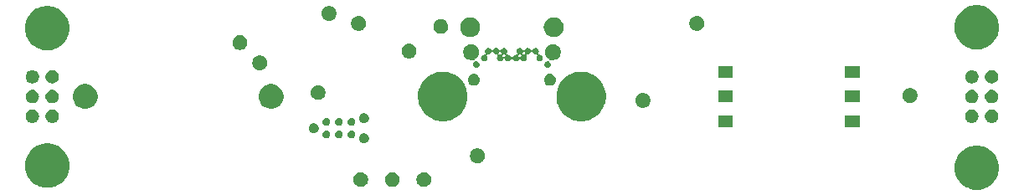
<source format=gbr>
G04 #@! TF.GenerationSoftware,KiCad,Pcbnew,(5.0.2)-1*
G04 #@! TF.CreationDate,2019-02-14T11:06:54-08:00*
G04 #@! TF.ProjectId,nixie_bottom_board,6e697869-655f-4626-9f74-746f6d5f626f,rev?*
G04 #@! TF.SameCoordinates,Original*
G04 #@! TF.FileFunction,Soldermask,Bot*
G04 #@! TF.FilePolarity,Negative*
%FSLAX46Y46*%
G04 Gerber Fmt 4.6, Leading zero omitted, Abs format (unit mm)*
G04 Created by KiCad (PCBNEW (5.0.2)-1) date 2/14/2019 11:06:54 AM*
%MOMM*%
%LPD*%
G01*
G04 APERTURE LIST*
%ADD10C,0.100000*%
G04 APERTURE END LIST*
D10*
G36*
X197656301Y-105036466D02*
X197726086Y-105065372D01*
X198065774Y-105206075D01*
X198131512Y-105250000D01*
X198434292Y-105452311D01*
X198747689Y-105765708D01*
X198804011Y-105850000D01*
X198993925Y-106134226D01*
X199028438Y-106217548D01*
X199163534Y-106543699D01*
X199183788Y-106645525D01*
X199231090Y-106883324D01*
X199250000Y-106978394D01*
X199250000Y-107421606D01*
X199163534Y-107856301D01*
X199134358Y-107926737D01*
X198993925Y-108265774D01*
X198911846Y-108388614D01*
X198747689Y-108634292D01*
X198434292Y-108947689D01*
X198348542Y-109004985D01*
X198065774Y-109193925D01*
X197930396Y-109250000D01*
X197656301Y-109363534D01*
X197221607Y-109450000D01*
X196778393Y-109450000D01*
X196343699Y-109363534D01*
X196069604Y-109250000D01*
X195934226Y-109193925D01*
X195651458Y-109004985D01*
X195565708Y-108947689D01*
X195252311Y-108634292D01*
X195088154Y-108388614D01*
X195006075Y-108265774D01*
X194865642Y-107926737D01*
X194836466Y-107856301D01*
X194750000Y-107421606D01*
X194750000Y-106978394D01*
X194768911Y-106883324D01*
X194816212Y-106645525D01*
X194836466Y-106543699D01*
X194971562Y-106217548D01*
X195006075Y-106134226D01*
X195195989Y-105850000D01*
X195252311Y-105765708D01*
X195565708Y-105452311D01*
X195868488Y-105250000D01*
X195934226Y-105206075D01*
X196273914Y-105065372D01*
X196343699Y-105036466D01*
X196778393Y-104950000D01*
X197221607Y-104950000D01*
X197656301Y-105036466D01*
X197656301Y-105036466D01*
G37*
G36*
X103438953Y-104793233D02*
X103656301Y-104836466D01*
X103726086Y-104865372D01*
X104065774Y-105006075D01*
X104065775Y-105006076D01*
X104434292Y-105252311D01*
X104747689Y-105565708D01*
X104840751Y-105704985D01*
X104993925Y-105934226D01*
X105001301Y-105952034D01*
X105163534Y-106343699D01*
X105165833Y-106355257D01*
X105250000Y-106778393D01*
X105250000Y-107221607D01*
X105223571Y-107354475D01*
X105177791Y-107584628D01*
X105163534Y-107656300D01*
X104993925Y-108065774D01*
X104916777Y-108181234D01*
X104747689Y-108434292D01*
X104434292Y-108747689D01*
X104256215Y-108866676D01*
X104065774Y-108993925D01*
X103825910Y-109093280D01*
X103656301Y-109163534D01*
X103447912Y-109204985D01*
X103221607Y-109250000D01*
X102778393Y-109250000D01*
X102552088Y-109204985D01*
X102343699Y-109163534D01*
X102174090Y-109093280D01*
X101934226Y-108993925D01*
X101743785Y-108866676D01*
X101565708Y-108747689D01*
X101252311Y-108434292D01*
X101083223Y-108181234D01*
X101006075Y-108065774D01*
X100836466Y-107656300D01*
X100822210Y-107584628D01*
X100776429Y-107354475D01*
X100750000Y-107221607D01*
X100750000Y-106778393D01*
X100834167Y-106355257D01*
X100836466Y-106343699D01*
X100998699Y-105952034D01*
X101006075Y-105934226D01*
X101159249Y-105704985D01*
X101252311Y-105565708D01*
X101565708Y-105252311D01*
X101934225Y-105006076D01*
X101934226Y-105006075D01*
X102273914Y-104865372D01*
X102343699Y-104836466D01*
X102561047Y-104793233D01*
X102778393Y-104750000D01*
X103221607Y-104750000D01*
X103438953Y-104793233D01*
X103438953Y-104793233D01*
G37*
G36*
X138046318Y-107664411D02*
X138118767Y-107678822D01*
X138175303Y-107702240D01*
X138255257Y-107735358D01*
X138378100Y-107817439D01*
X138482561Y-107921900D01*
X138564642Y-108044743D01*
X138596129Y-108120761D01*
X138621178Y-108181233D01*
X138650000Y-108326131D01*
X138650000Y-108473869D01*
X138621178Y-108618767D01*
X138612673Y-108639300D01*
X138564642Y-108755257D01*
X138482561Y-108878100D01*
X138378100Y-108982561D01*
X138255257Y-109064642D01*
X138175303Y-109097760D01*
X138118767Y-109121178D01*
X138051149Y-109134628D01*
X137973870Y-109150000D01*
X137826130Y-109150000D01*
X137748851Y-109134628D01*
X137681233Y-109121178D01*
X137624697Y-109097760D01*
X137544743Y-109064642D01*
X137421900Y-108982561D01*
X137317439Y-108878100D01*
X137235358Y-108755257D01*
X137187327Y-108639300D01*
X137178822Y-108618767D01*
X137150000Y-108473869D01*
X137150000Y-108326131D01*
X137178822Y-108181233D01*
X137203871Y-108120761D01*
X137235358Y-108044743D01*
X137317439Y-107921900D01*
X137421900Y-107817439D01*
X137544743Y-107735358D01*
X137624697Y-107702240D01*
X137681233Y-107678822D01*
X137753682Y-107664411D01*
X137826130Y-107650000D01*
X137973870Y-107650000D01*
X138046318Y-107664411D01*
X138046318Y-107664411D01*
G37*
G36*
X134846318Y-107664411D02*
X134918767Y-107678822D01*
X134975303Y-107702240D01*
X135055257Y-107735358D01*
X135178100Y-107817439D01*
X135282561Y-107921900D01*
X135364642Y-108044743D01*
X135396129Y-108120761D01*
X135421178Y-108181233D01*
X135450000Y-108326131D01*
X135450000Y-108473869D01*
X135421178Y-108618767D01*
X135412673Y-108639300D01*
X135364642Y-108755257D01*
X135282561Y-108878100D01*
X135178100Y-108982561D01*
X135055257Y-109064642D01*
X134975303Y-109097760D01*
X134918767Y-109121178D01*
X134851149Y-109134628D01*
X134773870Y-109150000D01*
X134626130Y-109150000D01*
X134548851Y-109134628D01*
X134481233Y-109121178D01*
X134424697Y-109097760D01*
X134344743Y-109064642D01*
X134221900Y-108982561D01*
X134117439Y-108878100D01*
X134035358Y-108755257D01*
X133987327Y-108639300D01*
X133978822Y-108618767D01*
X133950000Y-108473869D01*
X133950000Y-108326131D01*
X133978822Y-108181233D01*
X134003871Y-108120761D01*
X134035358Y-108044743D01*
X134117439Y-107921900D01*
X134221900Y-107817439D01*
X134344743Y-107735358D01*
X134424697Y-107702240D01*
X134481233Y-107678822D01*
X134553682Y-107664411D01*
X134626130Y-107650000D01*
X134773870Y-107650000D01*
X134846318Y-107664411D01*
X134846318Y-107664411D01*
G37*
G36*
X141246318Y-107664411D02*
X141318767Y-107678822D01*
X141375303Y-107702240D01*
X141455257Y-107735358D01*
X141578100Y-107817439D01*
X141682561Y-107921900D01*
X141764642Y-108044743D01*
X141796129Y-108120761D01*
X141821178Y-108181233D01*
X141850000Y-108326131D01*
X141850000Y-108473869D01*
X141821178Y-108618767D01*
X141812673Y-108639300D01*
X141764642Y-108755257D01*
X141682561Y-108878100D01*
X141578100Y-108982561D01*
X141455257Y-109064642D01*
X141375303Y-109097760D01*
X141318767Y-109121178D01*
X141251149Y-109134628D01*
X141173870Y-109150000D01*
X141026130Y-109150000D01*
X140948851Y-109134628D01*
X140881233Y-109121178D01*
X140824697Y-109097760D01*
X140744743Y-109064642D01*
X140621900Y-108982561D01*
X140517439Y-108878100D01*
X140435358Y-108755257D01*
X140387327Y-108639300D01*
X140378822Y-108618767D01*
X140350000Y-108473869D01*
X140350000Y-108326131D01*
X140378822Y-108181233D01*
X140403871Y-108120761D01*
X140435358Y-108044743D01*
X140517439Y-107921900D01*
X140621900Y-107817439D01*
X140744743Y-107735358D01*
X140824697Y-107702240D01*
X140881233Y-107678822D01*
X140953682Y-107664411D01*
X141026130Y-107650000D01*
X141173870Y-107650000D01*
X141246318Y-107664411D01*
X141246318Y-107664411D01*
G37*
G36*
X146626802Y-105260529D02*
X146718767Y-105278822D01*
X146775303Y-105302240D01*
X146855257Y-105335358D01*
X146978100Y-105417439D01*
X147082561Y-105521900D01*
X147164642Y-105644743D01*
X147167591Y-105651863D01*
X147217806Y-105773092D01*
X147221178Y-105781234D01*
X147250000Y-105926130D01*
X147250000Y-106073870D01*
X147221178Y-106218766D01*
X147164642Y-106355257D01*
X147082561Y-106478100D01*
X146978100Y-106582561D01*
X146855257Y-106664642D01*
X146795727Y-106689300D01*
X146718767Y-106721178D01*
X146646318Y-106735589D01*
X146573870Y-106750000D01*
X146426130Y-106750000D01*
X146353682Y-106735589D01*
X146281233Y-106721178D01*
X146204273Y-106689300D01*
X146144743Y-106664642D01*
X146021900Y-106582561D01*
X145917439Y-106478100D01*
X145835358Y-106355257D01*
X145778822Y-106218766D01*
X145750000Y-106073870D01*
X145750000Y-105926130D01*
X145778822Y-105781234D01*
X145782195Y-105773092D01*
X145832409Y-105651863D01*
X145835358Y-105644743D01*
X145917439Y-105521900D01*
X146021900Y-105417439D01*
X146144743Y-105335358D01*
X146224697Y-105302240D01*
X146281233Y-105278822D01*
X146373198Y-105260529D01*
X146426130Y-105250000D01*
X146573870Y-105250000D01*
X146626802Y-105260529D01*
X146626802Y-105260529D01*
G37*
G36*
X135112706Y-103725459D02*
X135184474Y-103739734D01*
X135274613Y-103777070D01*
X135355736Y-103831275D01*
X135424725Y-103900264D01*
X135478930Y-103981387D01*
X135516266Y-104071526D01*
X135535300Y-104167217D01*
X135535300Y-104264783D01*
X135516266Y-104360474D01*
X135478930Y-104450613D01*
X135424725Y-104531736D01*
X135355736Y-104600725D01*
X135274613Y-104654930D01*
X135184474Y-104692266D01*
X135112706Y-104706541D01*
X135088784Y-104711300D01*
X134991216Y-104711300D01*
X134967294Y-104706541D01*
X134895526Y-104692266D01*
X134805387Y-104654930D01*
X134724264Y-104600725D01*
X134655275Y-104531736D01*
X134601070Y-104450613D01*
X134563734Y-104360474D01*
X134544700Y-104264783D01*
X134544700Y-104167217D01*
X134563734Y-104071526D01*
X134601070Y-103981387D01*
X134655275Y-103900264D01*
X134724264Y-103831275D01*
X134805387Y-103777070D01*
X134895526Y-103739734D01*
X134967294Y-103725459D01*
X134991216Y-103720700D01*
X135088784Y-103720700D01*
X135112706Y-103725459D01*
X135112706Y-103725459D01*
G37*
G36*
X132614836Y-103456429D02*
X132686488Y-103486108D01*
X132750972Y-103529195D01*
X132805805Y-103584028D01*
X132848892Y-103648512D01*
X132878571Y-103720164D01*
X132893700Y-103796222D01*
X132893700Y-103873778D01*
X132878571Y-103949836D01*
X132848892Y-104021488D01*
X132805805Y-104085972D01*
X132750972Y-104140805D01*
X132686488Y-104183892D01*
X132614836Y-104213571D01*
X132538778Y-104228700D01*
X132461222Y-104228700D01*
X132385164Y-104213571D01*
X132313512Y-104183892D01*
X132249028Y-104140805D01*
X132194195Y-104085972D01*
X132151108Y-104021488D01*
X132121429Y-103949836D01*
X132106300Y-103873778D01*
X132106300Y-103796222D01*
X132121429Y-103720164D01*
X132151108Y-103648512D01*
X132194195Y-103584028D01*
X132249028Y-103529195D01*
X132313512Y-103486108D01*
X132385164Y-103456429D01*
X132461222Y-103441300D01*
X132538778Y-103441300D01*
X132614836Y-103456429D01*
X132614836Y-103456429D01*
G37*
G36*
X131344836Y-103456429D02*
X131416488Y-103486108D01*
X131480972Y-103529195D01*
X131535805Y-103584028D01*
X131578892Y-103648512D01*
X131608571Y-103720164D01*
X131623700Y-103796222D01*
X131623700Y-103873778D01*
X131608571Y-103949836D01*
X131578892Y-104021488D01*
X131535805Y-104085972D01*
X131480972Y-104140805D01*
X131416488Y-104183892D01*
X131344836Y-104213571D01*
X131268778Y-104228700D01*
X131191222Y-104228700D01*
X131115164Y-104213571D01*
X131043512Y-104183892D01*
X130979028Y-104140805D01*
X130924195Y-104085972D01*
X130881108Y-104021488D01*
X130851429Y-103949836D01*
X130836300Y-103873778D01*
X130836300Y-103796222D01*
X130851429Y-103720164D01*
X130881108Y-103648512D01*
X130924195Y-103584028D01*
X130979028Y-103529195D01*
X131043512Y-103486108D01*
X131115164Y-103456429D01*
X131191222Y-103441300D01*
X131268778Y-103441300D01*
X131344836Y-103456429D01*
X131344836Y-103456429D01*
G37*
G36*
X133884836Y-103456429D02*
X133956488Y-103486108D01*
X134020972Y-103529195D01*
X134075805Y-103584028D01*
X134118892Y-103648512D01*
X134148571Y-103720164D01*
X134163700Y-103796222D01*
X134163700Y-103873778D01*
X134148571Y-103949836D01*
X134118892Y-104021488D01*
X134075805Y-104085972D01*
X134020972Y-104140805D01*
X133956488Y-104183892D01*
X133884836Y-104213571D01*
X133808778Y-104228700D01*
X133731222Y-104228700D01*
X133655164Y-104213571D01*
X133583512Y-104183892D01*
X133519028Y-104140805D01*
X133464195Y-104085972D01*
X133421108Y-104021488D01*
X133391429Y-103949836D01*
X133376300Y-103873778D01*
X133376300Y-103796222D01*
X133391429Y-103720164D01*
X133421108Y-103648512D01*
X133464195Y-103584028D01*
X133519028Y-103529195D01*
X133583512Y-103486108D01*
X133655164Y-103456429D01*
X133731222Y-103441300D01*
X133808778Y-103441300D01*
X133884836Y-103456429D01*
X133884836Y-103456429D01*
G37*
G36*
X130032706Y-102709458D02*
X130104474Y-102723734D01*
X130194613Y-102761070D01*
X130275736Y-102815275D01*
X130344725Y-102884264D01*
X130398930Y-102965387D01*
X130436266Y-103055526D01*
X130455300Y-103151217D01*
X130455300Y-103248783D01*
X130436266Y-103344474D01*
X130398930Y-103434613D01*
X130344725Y-103515736D01*
X130275736Y-103584725D01*
X130194613Y-103638930D01*
X130104474Y-103676266D01*
X130032706Y-103690542D01*
X130008784Y-103695300D01*
X129911216Y-103695300D01*
X129887294Y-103690541D01*
X129815526Y-103676266D01*
X129725387Y-103638930D01*
X129644264Y-103584725D01*
X129575275Y-103515736D01*
X129521070Y-103434613D01*
X129483734Y-103344474D01*
X129464700Y-103248783D01*
X129464700Y-103151217D01*
X129483734Y-103055526D01*
X129521070Y-102965387D01*
X129575275Y-102884264D01*
X129644264Y-102815275D01*
X129725387Y-102761070D01*
X129815526Y-102723734D01*
X129887294Y-102709459D01*
X129911216Y-102704700D01*
X130008784Y-102704700D01*
X130032706Y-102709458D01*
X130032706Y-102709458D01*
G37*
G36*
X185150000Y-103085000D02*
X183650000Y-103085000D01*
X183650000Y-101915000D01*
X185150000Y-101915000D01*
X185150000Y-103085000D01*
X185150000Y-103085000D01*
G37*
G36*
X172350000Y-103085000D02*
X170850000Y-103085000D01*
X170850000Y-101915000D01*
X172350000Y-101915000D01*
X172350000Y-103085000D01*
X172350000Y-103085000D01*
G37*
G36*
X131344836Y-102186429D02*
X131416488Y-102216108D01*
X131480972Y-102259195D01*
X131535805Y-102314028D01*
X131578892Y-102378512D01*
X131608571Y-102450164D01*
X131623700Y-102526222D01*
X131623700Y-102603778D01*
X131608571Y-102679836D01*
X131578892Y-102751488D01*
X131535805Y-102815972D01*
X131480972Y-102870805D01*
X131416488Y-102913892D01*
X131344836Y-102943571D01*
X131268778Y-102958700D01*
X131191222Y-102958700D01*
X131115164Y-102943571D01*
X131043512Y-102913892D01*
X130979028Y-102870805D01*
X130924195Y-102815972D01*
X130881108Y-102751488D01*
X130851429Y-102679836D01*
X130836300Y-102603778D01*
X130836300Y-102526222D01*
X130851429Y-102450164D01*
X130881108Y-102378512D01*
X130924195Y-102314028D01*
X130979028Y-102259195D01*
X131043512Y-102216108D01*
X131115164Y-102186429D01*
X131191222Y-102171300D01*
X131268778Y-102171300D01*
X131344836Y-102186429D01*
X131344836Y-102186429D01*
G37*
G36*
X132614836Y-102186429D02*
X132686488Y-102216108D01*
X132750972Y-102259195D01*
X132805805Y-102314028D01*
X132848892Y-102378512D01*
X132878571Y-102450164D01*
X132893700Y-102526222D01*
X132893700Y-102603778D01*
X132878571Y-102679836D01*
X132848892Y-102751488D01*
X132805805Y-102815972D01*
X132750972Y-102870805D01*
X132686488Y-102913892D01*
X132614836Y-102943571D01*
X132538778Y-102958700D01*
X132461222Y-102958700D01*
X132385164Y-102943571D01*
X132313512Y-102913892D01*
X132249028Y-102870805D01*
X132194195Y-102815972D01*
X132151108Y-102751488D01*
X132121429Y-102679836D01*
X132106300Y-102603778D01*
X132106300Y-102526222D01*
X132121429Y-102450164D01*
X132151108Y-102378512D01*
X132194195Y-102314028D01*
X132249028Y-102259195D01*
X132313512Y-102216108D01*
X132385164Y-102186429D01*
X132461222Y-102171300D01*
X132538778Y-102171300D01*
X132614836Y-102186429D01*
X132614836Y-102186429D01*
G37*
G36*
X133884836Y-102186429D02*
X133956488Y-102216108D01*
X134020972Y-102259195D01*
X134075805Y-102314028D01*
X134118892Y-102378512D01*
X134148571Y-102450164D01*
X134163700Y-102526222D01*
X134163700Y-102603778D01*
X134148571Y-102679836D01*
X134118892Y-102751488D01*
X134075805Y-102815972D01*
X134020972Y-102870805D01*
X133956488Y-102913892D01*
X133884836Y-102943571D01*
X133808778Y-102958700D01*
X133731222Y-102958700D01*
X133655164Y-102943571D01*
X133583512Y-102913892D01*
X133519028Y-102870805D01*
X133464195Y-102815972D01*
X133421108Y-102751488D01*
X133391429Y-102679836D01*
X133376300Y-102603778D01*
X133376300Y-102526222D01*
X133391429Y-102450164D01*
X133421108Y-102378512D01*
X133464195Y-102314028D01*
X133519028Y-102259195D01*
X133583512Y-102216108D01*
X133655164Y-102186429D01*
X133731222Y-102171300D01*
X133808778Y-102171300D01*
X133884836Y-102186429D01*
X133884836Y-102186429D01*
G37*
G36*
X135112706Y-101693458D02*
X135184474Y-101707734D01*
X135274613Y-101745070D01*
X135355736Y-101799275D01*
X135424725Y-101868264D01*
X135478930Y-101949387D01*
X135516266Y-102039526D01*
X135530542Y-102111294D01*
X135534725Y-102132323D01*
X135535300Y-102135217D01*
X135535300Y-102232783D01*
X135516266Y-102328474D01*
X135478930Y-102418613D01*
X135424725Y-102499736D01*
X135355736Y-102568725D01*
X135274613Y-102622930D01*
X135184474Y-102660266D01*
X135112706Y-102674542D01*
X135088784Y-102679300D01*
X134991216Y-102679300D01*
X134967294Y-102674542D01*
X134895526Y-102660266D01*
X134805387Y-102622930D01*
X134724264Y-102568725D01*
X134655275Y-102499736D01*
X134601070Y-102418613D01*
X134563734Y-102328474D01*
X134544700Y-102232783D01*
X134544700Y-102135217D01*
X134545276Y-102132323D01*
X134549458Y-102111294D01*
X134563734Y-102039526D01*
X134601070Y-101949387D01*
X134655275Y-101868264D01*
X134724264Y-101799275D01*
X134805387Y-101745070D01*
X134895526Y-101707734D01*
X134967294Y-101693459D01*
X134991216Y-101688700D01*
X135088784Y-101688700D01*
X135112706Y-101693458D01*
X135112706Y-101693458D01*
G37*
G36*
X196632323Y-101334767D02*
X196759561Y-101373364D01*
X196876824Y-101436042D01*
X196979606Y-101520394D01*
X197063958Y-101623176D01*
X197126636Y-101740439D01*
X197165233Y-101867677D01*
X197178266Y-102000000D01*
X197165233Y-102132323D01*
X197126636Y-102259561D01*
X197063958Y-102376824D01*
X196979606Y-102479606D01*
X196876824Y-102563958D01*
X196759561Y-102626636D01*
X196632323Y-102665233D01*
X196533159Y-102675000D01*
X196466841Y-102675000D01*
X196367677Y-102665233D01*
X196240439Y-102626636D01*
X196123176Y-102563958D01*
X196020394Y-102479606D01*
X195936042Y-102376824D01*
X195873364Y-102259561D01*
X195834767Y-102132323D01*
X195821734Y-102000000D01*
X195834767Y-101867677D01*
X195873364Y-101740439D01*
X195936042Y-101623176D01*
X196020394Y-101520394D01*
X196123176Y-101436042D01*
X196240439Y-101373364D01*
X196367677Y-101334767D01*
X196466841Y-101325000D01*
X196533159Y-101325000D01*
X196632323Y-101334767D01*
X196632323Y-101334767D01*
G37*
G36*
X103632323Y-101334767D02*
X103759561Y-101373364D01*
X103876824Y-101436042D01*
X103979606Y-101520394D01*
X104063958Y-101623176D01*
X104126636Y-101740439D01*
X104165233Y-101867677D01*
X104178266Y-102000000D01*
X104165233Y-102132323D01*
X104126636Y-102259561D01*
X104063958Y-102376824D01*
X103979606Y-102479606D01*
X103876824Y-102563958D01*
X103759561Y-102626636D01*
X103632323Y-102665233D01*
X103533159Y-102675000D01*
X103466841Y-102675000D01*
X103367677Y-102665233D01*
X103240439Y-102626636D01*
X103123176Y-102563958D01*
X103020394Y-102479606D01*
X102936042Y-102376824D01*
X102873364Y-102259561D01*
X102834767Y-102132323D01*
X102821734Y-102000000D01*
X102834767Y-101867677D01*
X102873364Y-101740439D01*
X102936042Y-101623176D01*
X103020394Y-101520394D01*
X103123176Y-101436042D01*
X103240439Y-101373364D01*
X103367677Y-101334767D01*
X103466841Y-101325000D01*
X103533159Y-101325000D01*
X103632323Y-101334767D01*
X103632323Y-101334767D01*
G37*
G36*
X198632323Y-101334767D02*
X198759561Y-101373364D01*
X198876824Y-101436042D01*
X198979606Y-101520394D01*
X199063958Y-101623176D01*
X199126636Y-101740439D01*
X199165233Y-101867677D01*
X199178266Y-102000000D01*
X199165233Y-102132323D01*
X199126636Y-102259561D01*
X199063958Y-102376824D01*
X198979606Y-102479606D01*
X198876824Y-102563958D01*
X198759561Y-102626636D01*
X198632323Y-102665233D01*
X198533159Y-102675000D01*
X198466841Y-102675000D01*
X198367677Y-102665233D01*
X198240439Y-102626636D01*
X198123176Y-102563958D01*
X198020394Y-102479606D01*
X197936042Y-102376824D01*
X197873364Y-102259561D01*
X197834767Y-102132323D01*
X197821734Y-102000000D01*
X197834767Y-101867677D01*
X197873364Y-101740439D01*
X197936042Y-101623176D01*
X198020394Y-101520394D01*
X198123176Y-101436042D01*
X198240439Y-101373364D01*
X198367677Y-101334767D01*
X198466841Y-101325000D01*
X198533159Y-101325000D01*
X198632323Y-101334767D01*
X198632323Y-101334767D01*
G37*
G36*
X101632323Y-101334767D02*
X101759561Y-101373364D01*
X101876824Y-101436042D01*
X101979606Y-101520394D01*
X102063958Y-101623176D01*
X102126636Y-101740439D01*
X102165233Y-101867677D01*
X102178266Y-102000000D01*
X102165233Y-102132323D01*
X102126636Y-102259561D01*
X102063958Y-102376824D01*
X101979606Y-102479606D01*
X101876824Y-102563958D01*
X101759561Y-102626636D01*
X101632323Y-102665233D01*
X101533159Y-102675000D01*
X101466841Y-102675000D01*
X101367677Y-102665233D01*
X101240439Y-102626636D01*
X101123176Y-102563958D01*
X101020394Y-102479606D01*
X100936042Y-102376824D01*
X100873364Y-102259561D01*
X100834767Y-102132323D01*
X100821734Y-102000000D01*
X100834767Y-101867677D01*
X100873364Y-101740439D01*
X100936042Y-101623176D01*
X101020394Y-101520394D01*
X101123176Y-101436042D01*
X101240439Y-101373364D01*
X101367677Y-101334767D01*
X101466841Y-101325000D01*
X101533159Y-101325000D01*
X101632323Y-101334767D01*
X101632323Y-101334767D01*
G37*
G36*
X157568225Y-97564049D02*
X157729223Y-97596074D01*
X157917677Y-97674134D01*
X158184193Y-97784528D01*
X158593660Y-98058126D01*
X158941874Y-98406340D01*
X159215472Y-98815807D01*
X159303805Y-99029064D01*
X159353899Y-99150000D01*
X159403926Y-99270778D01*
X159500000Y-99753770D01*
X159500000Y-100246230D01*
X159469413Y-100400000D01*
X159425418Y-100621178D01*
X159403926Y-100729222D01*
X159215472Y-101184193D01*
X158941874Y-101593660D01*
X158593660Y-101941874D01*
X158184193Y-102215472D01*
X157946256Y-102314028D01*
X157729223Y-102403926D01*
X157568225Y-102435951D01*
X157246230Y-102500000D01*
X156753770Y-102500000D01*
X156431775Y-102435951D01*
X156270777Y-102403926D01*
X156053744Y-102314028D01*
X155815807Y-102215472D01*
X155406340Y-101941874D01*
X155058126Y-101593660D01*
X154784528Y-101184193D01*
X154596074Y-100729222D01*
X154574583Y-100621178D01*
X154530587Y-100400000D01*
X154500000Y-100246230D01*
X154500000Y-99753770D01*
X154596074Y-99270778D01*
X154646102Y-99150000D01*
X154696195Y-99029064D01*
X154784528Y-98815807D01*
X155058126Y-98406340D01*
X155406340Y-98058126D01*
X155815807Y-97784528D01*
X156082323Y-97674134D01*
X156270777Y-97596074D01*
X156431775Y-97564049D01*
X156753770Y-97500000D01*
X157246230Y-97500000D01*
X157568225Y-97564049D01*
X157568225Y-97564049D01*
G37*
G36*
X143568225Y-97564049D02*
X143729223Y-97596074D01*
X143917677Y-97674134D01*
X144184193Y-97784528D01*
X144593660Y-98058126D01*
X144941874Y-98406340D01*
X145215472Y-98815807D01*
X145303805Y-99029064D01*
X145353899Y-99150000D01*
X145403926Y-99270778D01*
X145500000Y-99753770D01*
X145500000Y-100246230D01*
X145469413Y-100400000D01*
X145425418Y-100621178D01*
X145403926Y-100729222D01*
X145215472Y-101184193D01*
X144941874Y-101593660D01*
X144593660Y-101941874D01*
X144184193Y-102215472D01*
X143946256Y-102314028D01*
X143729223Y-102403926D01*
X143568225Y-102435951D01*
X143246230Y-102500000D01*
X142753770Y-102500000D01*
X142431775Y-102435951D01*
X142270777Y-102403926D01*
X142053744Y-102314028D01*
X141815807Y-102215472D01*
X141406340Y-101941874D01*
X141058126Y-101593660D01*
X140784528Y-101184193D01*
X140596074Y-100729222D01*
X140574583Y-100621178D01*
X140530587Y-100400000D01*
X140500000Y-100246230D01*
X140500000Y-99753770D01*
X140596074Y-99270778D01*
X140646102Y-99150000D01*
X140696195Y-99029064D01*
X140784528Y-98815807D01*
X141058126Y-98406340D01*
X141406340Y-98058126D01*
X141815807Y-97784528D01*
X142082323Y-97674134D01*
X142270777Y-97596074D01*
X142431775Y-97564049D01*
X142753770Y-97500000D01*
X143246230Y-97500000D01*
X143568225Y-97564049D01*
X143568225Y-97564049D01*
G37*
G36*
X107214612Y-98798037D02*
X107442096Y-98892264D01*
X107646831Y-99029064D01*
X107820936Y-99203169D01*
X107957736Y-99407904D01*
X108051963Y-99635388D01*
X108100000Y-99876885D01*
X108100000Y-100123115D01*
X108051963Y-100364612D01*
X107957736Y-100592096D01*
X107820936Y-100796831D01*
X107646831Y-100970936D01*
X107442096Y-101107736D01*
X107214612Y-101201963D01*
X106973115Y-101250000D01*
X106726885Y-101250000D01*
X106485388Y-101201963D01*
X106257904Y-101107736D01*
X106053169Y-100970936D01*
X105879064Y-100796831D01*
X105742264Y-100592096D01*
X105648037Y-100364612D01*
X105600000Y-100123115D01*
X105600000Y-99876885D01*
X105648037Y-99635388D01*
X105742264Y-99407904D01*
X105879064Y-99203169D01*
X106053169Y-99029064D01*
X106257904Y-98892264D01*
X106485388Y-98798037D01*
X106726885Y-98750000D01*
X106973115Y-98750000D01*
X107214612Y-98798037D01*
X107214612Y-98798037D01*
G37*
G36*
X126014612Y-98798037D02*
X126242096Y-98892264D01*
X126446831Y-99029064D01*
X126620936Y-99203169D01*
X126757736Y-99407904D01*
X126851963Y-99635388D01*
X126900000Y-99876885D01*
X126900000Y-100123115D01*
X126851963Y-100364612D01*
X126757736Y-100592096D01*
X126620936Y-100796831D01*
X126446831Y-100970936D01*
X126242096Y-101107736D01*
X126014612Y-101201963D01*
X125773115Y-101250000D01*
X125526885Y-101250000D01*
X125285388Y-101201963D01*
X125057904Y-101107736D01*
X124853169Y-100970936D01*
X124679064Y-100796831D01*
X124542264Y-100592096D01*
X124448037Y-100364612D01*
X124400000Y-100123115D01*
X124400000Y-99876885D01*
X124448037Y-99635388D01*
X124542264Y-99407904D01*
X124679064Y-99203169D01*
X124853169Y-99029064D01*
X125057904Y-98892264D01*
X125285388Y-98798037D01*
X125526885Y-98750000D01*
X125773115Y-98750000D01*
X126014612Y-98798037D01*
X126014612Y-98798037D01*
G37*
G36*
X163396318Y-99664411D02*
X163468767Y-99678822D01*
X163525303Y-99702240D01*
X163605257Y-99735358D01*
X163728100Y-99817439D01*
X163832561Y-99921900D01*
X163914642Y-100044743D01*
X163947760Y-100124697D01*
X163971178Y-100181233D01*
X164000000Y-100326131D01*
X164000000Y-100473869D01*
X163971178Y-100618767D01*
X163958241Y-100650000D01*
X163914642Y-100755257D01*
X163832561Y-100878100D01*
X163728100Y-100982561D01*
X163605257Y-101064642D01*
X163525303Y-101097760D01*
X163468767Y-101121178D01*
X163396318Y-101135589D01*
X163323870Y-101150000D01*
X163176130Y-101150000D01*
X163103682Y-101135589D01*
X163031233Y-101121178D01*
X162974697Y-101097760D01*
X162894743Y-101064642D01*
X162771900Y-100982561D01*
X162667439Y-100878100D01*
X162585358Y-100755257D01*
X162541759Y-100650000D01*
X162528822Y-100618767D01*
X162500000Y-100473869D01*
X162500000Y-100326131D01*
X162528822Y-100181233D01*
X162552240Y-100124697D01*
X162585358Y-100044743D01*
X162667439Y-99921900D01*
X162771900Y-99817439D01*
X162894743Y-99735358D01*
X162974697Y-99702240D01*
X163031233Y-99678822D01*
X163103682Y-99664411D01*
X163176130Y-99650000D01*
X163323870Y-99650000D01*
X163396318Y-99664411D01*
X163396318Y-99664411D01*
G37*
G36*
X101632323Y-99334767D02*
X101759561Y-99373364D01*
X101876824Y-99436042D01*
X101979606Y-99520394D01*
X102063958Y-99623176D01*
X102126636Y-99740439D01*
X102165233Y-99867677D01*
X102178266Y-100000000D01*
X102165233Y-100132323D01*
X102126636Y-100259561D01*
X102063958Y-100376824D01*
X101979606Y-100479606D01*
X101876824Y-100563958D01*
X101759561Y-100626636D01*
X101632323Y-100665233D01*
X101533159Y-100675000D01*
X101466841Y-100675000D01*
X101367677Y-100665233D01*
X101240439Y-100626636D01*
X101123176Y-100563958D01*
X101020394Y-100479606D01*
X100936042Y-100376824D01*
X100873364Y-100259561D01*
X100834767Y-100132323D01*
X100821734Y-100000000D01*
X100834767Y-99867677D01*
X100873364Y-99740439D01*
X100936042Y-99623176D01*
X101020394Y-99520394D01*
X101123176Y-99436042D01*
X101240439Y-99373364D01*
X101367677Y-99334767D01*
X101466841Y-99325000D01*
X101533159Y-99325000D01*
X101632323Y-99334767D01*
X101632323Y-99334767D01*
G37*
G36*
X103632323Y-99334767D02*
X103759561Y-99373364D01*
X103876824Y-99436042D01*
X103979606Y-99520394D01*
X104063958Y-99623176D01*
X104126636Y-99740439D01*
X104165233Y-99867677D01*
X104178266Y-100000000D01*
X104165233Y-100132323D01*
X104126636Y-100259561D01*
X104063958Y-100376824D01*
X103979606Y-100479606D01*
X103876824Y-100563958D01*
X103759561Y-100626636D01*
X103632323Y-100665233D01*
X103533159Y-100675000D01*
X103466841Y-100675000D01*
X103367677Y-100665233D01*
X103240439Y-100626636D01*
X103123176Y-100563958D01*
X103020394Y-100479606D01*
X102936042Y-100376824D01*
X102873364Y-100259561D01*
X102834767Y-100132323D01*
X102821734Y-100000000D01*
X102834767Y-99867677D01*
X102873364Y-99740439D01*
X102936042Y-99623176D01*
X103020394Y-99520394D01*
X103123176Y-99436042D01*
X103240439Y-99373364D01*
X103367677Y-99334767D01*
X103466841Y-99325000D01*
X103533159Y-99325000D01*
X103632323Y-99334767D01*
X103632323Y-99334767D01*
G37*
G36*
X196632323Y-99334767D02*
X196759561Y-99373364D01*
X196876824Y-99436042D01*
X196979606Y-99520394D01*
X197063958Y-99623176D01*
X197126636Y-99740439D01*
X197165233Y-99867677D01*
X197178266Y-100000000D01*
X197165233Y-100132323D01*
X197126636Y-100259561D01*
X197063958Y-100376824D01*
X196979606Y-100479606D01*
X196876824Y-100563958D01*
X196759561Y-100626636D01*
X196632323Y-100665233D01*
X196533159Y-100675000D01*
X196466841Y-100675000D01*
X196367677Y-100665233D01*
X196240439Y-100626636D01*
X196123176Y-100563958D01*
X196020394Y-100479606D01*
X195936042Y-100376824D01*
X195873364Y-100259561D01*
X195834767Y-100132323D01*
X195821734Y-100000000D01*
X195834767Y-99867677D01*
X195873364Y-99740439D01*
X195936042Y-99623176D01*
X196020394Y-99520394D01*
X196123176Y-99436042D01*
X196240439Y-99373364D01*
X196367677Y-99334767D01*
X196466841Y-99325000D01*
X196533159Y-99325000D01*
X196632323Y-99334767D01*
X196632323Y-99334767D01*
G37*
G36*
X198632323Y-99334767D02*
X198759561Y-99373364D01*
X198876824Y-99436042D01*
X198979606Y-99520394D01*
X199063958Y-99623176D01*
X199126636Y-99740439D01*
X199165233Y-99867677D01*
X199178266Y-100000000D01*
X199165233Y-100132323D01*
X199126636Y-100259561D01*
X199063958Y-100376824D01*
X198979606Y-100479606D01*
X198876824Y-100563958D01*
X198759561Y-100626636D01*
X198632323Y-100665233D01*
X198533159Y-100675000D01*
X198466841Y-100675000D01*
X198367677Y-100665233D01*
X198240439Y-100626636D01*
X198123176Y-100563958D01*
X198020394Y-100479606D01*
X197936042Y-100376824D01*
X197873364Y-100259561D01*
X197834767Y-100132323D01*
X197821734Y-100000000D01*
X197834767Y-99867677D01*
X197873364Y-99740439D01*
X197936042Y-99623176D01*
X198020394Y-99520394D01*
X198123176Y-99436042D01*
X198240439Y-99373364D01*
X198367677Y-99334767D01*
X198466841Y-99325000D01*
X198533159Y-99325000D01*
X198632323Y-99334767D01*
X198632323Y-99334767D01*
G37*
G36*
X190396318Y-99164411D02*
X190468767Y-99178822D01*
X190525303Y-99202240D01*
X190605257Y-99235358D01*
X190728100Y-99317439D01*
X190832561Y-99421900D01*
X190914642Y-99544743D01*
X190937530Y-99600000D01*
X190971178Y-99681233D01*
X191000000Y-99826131D01*
X191000000Y-99973869D01*
X190971178Y-100118767D01*
X190965563Y-100132323D01*
X190914642Y-100255257D01*
X190832561Y-100378100D01*
X190728100Y-100482561D01*
X190605257Y-100564642D01*
X190538974Y-100592097D01*
X190468767Y-100621178D01*
X190396318Y-100635589D01*
X190323870Y-100650000D01*
X190176130Y-100650000D01*
X190103682Y-100635589D01*
X190031233Y-100621178D01*
X189961026Y-100592097D01*
X189894743Y-100564642D01*
X189771900Y-100482561D01*
X189667439Y-100378100D01*
X189585358Y-100255257D01*
X189534437Y-100132323D01*
X189528822Y-100118767D01*
X189500000Y-99973869D01*
X189500000Y-99826131D01*
X189528822Y-99681233D01*
X189562470Y-99600000D01*
X189585358Y-99544743D01*
X189667439Y-99421900D01*
X189771900Y-99317439D01*
X189894743Y-99235358D01*
X189974697Y-99202240D01*
X190031233Y-99178822D01*
X190103682Y-99164411D01*
X190176130Y-99150000D01*
X190323870Y-99150000D01*
X190396318Y-99164411D01*
X190396318Y-99164411D01*
G37*
G36*
X172350000Y-100585000D02*
X170850000Y-100585000D01*
X170850000Y-99415000D01*
X172350000Y-99415000D01*
X172350000Y-100585000D01*
X172350000Y-100585000D01*
G37*
G36*
X185150000Y-100585000D02*
X183650000Y-100585000D01*
X183650000Y-99415000D01*
X185150000Y-99415000D01*
X185150000Y-100585000D01*
X185150000Y-100585000D01*
G37*
G36*
X130542472Y-98863646D02*
X130618767Y-98878822D01*
X130651221Y-98892265D01*
X130755257Y-98935358D01*
X130878100Y-99017439D01*
X130982561Y-99121900D01*
X131064642Y-99244743D01*
X131075426Y-99270778D01*
X131121178Y-99381233D01*
X131150000Y-99526131D01*
X131150000Y-99673869D01*
X131121178Y-99818767D01*
X131100919Y-99867677D01*
X131064642Y-99955257D01*
X130982561Y-100078100D01*
X130878100Y-100182561D01*
X130755257Y-100264642D01*
X130675303Y-100297760D01*
X130618767Y-100321178D01*
X130546318Y-100335589D01*
X130473870Y-100350000D01*
X130326130Y-100350000D01*
X130253682Y-100335589D01*
X130181233Y-100321178D01*
X130124697Y-100297760D01*
X130044743Y-100264642D01*
X129921900Y-100182561D01*
X129817439Y-100078100D01*
X129735358Y-99955257D01*
X129699081Y-99867677D01*
X129678822Y-99818767D01*
X129650000Y-99673869D01*
X129650000Y-99526131D01*
X129678822Y-99381233D01*
X129724574Y-99270778D01*
X129735358Y-99244743D01*
X129817439Y-99121900D01*
X129921900Y-99017439D01*
X130044743Y-98935358D01*
X130148779Y-98892265D01*
X130181233Y-98878822D01*
X130257528Y-98863646D01*
X130326130Y-98850000D01*
X130473870Y-98850000D01*
X130542472Y-98863646D01*
X130542472Y-98863646D01*
G37*
G36*
X146330012Y-97733057D02*
X146439207Y-97778287D01*
X146537481Y-97843952D01*
X146621048Y-97927519D01*
X146686713Y-98025793D01*
X146731943Y-98134988D01*
X146755000Y-98250904D01*
X146755000Y-98369096D01*
X146731943Y-98485012D01*
X146686713Y-98594207D01*
X146621048Y-98692481D01*
X146537481Y-98776048D01*
X146439207Y-98841713D01*
X146330012Y-98886943D01*
X146214096Y-98910000D01*
X146095904Y-98910000D01*
X145979988Y-98886943D01*
X145870793Y-98841713D01*
X145772519Y-98776048D01*
X145688952Y-98692481D01*
X145623287Y-98594207D01*
X145578057Y-98485012D01*
X145555000Y-98369096D01*
X145555000Y-98250904D01*
X145578057Y-98134988D01*
X145623287Y-98025793D01*
X145688952Y-97927519D01*
X145772519Y-97843952D01*
X145870793Y-97778287D01*
X145979988Y-97733057D01*
X146095904Y-97710000D01*
X146214096Y-97710000D01*
X146330012Y-97733057D01*
X146330012Y-97733057D01*
G37*
G36*
X154020012Y-97733057D02*
X154129207Y-97778287D01*
X154227481Y-97843952D01*
X154311048Y-97927519D01*
X154376713Y-98025793D01*
X154421943Y-98134988D01*
X154445000Y-98250904D01*
X154445000Y-98369096D01*
X154421943Y-98485012D01*
X154376713Y-98594207D01*
X154311048Y-98692481D01*
X154227481Y-98776048D01*
X154129207Y-98841713D01*
X154020012Y-98886943D01*
X153904096Y-98910000D01*
X153785904Y-98910000D01*
X153669988Y-98886943D01*
X153560793Y-98841713D01*
X153462519Y-98776048D01*
X153378952Y-98692481D01*
X153313287Y-98594207D01*
X153268057Y-98485012D01*
X153245000Y-98369096D01*
X153245000Y-98250904D01*
X153268057Y-98134988D01*
X153313287Y-98025793D01*
X153378952Y-97927519D01*
X153462519Y-97843952D01*
X153560793Y-97778287D01*
X153669988Y-97733057D01*
X153785904Y-97710000D01*
X153904096Y-97710000D01*
X154020012Y-97733057D01*
X154020012Y-97733057D01*
G37*
G36*
X196696888Y-97350939D02*
X196819733Y-97401823D01*
X196930290Y-97475695D01*
X197024305Y-97569710D01*
X197098177Y-97680267D01*
X197149061Y-97803112D01*
X197175000Y-97933517D01*
X197175000Y-98066483D01*
X197149061Y-98196888D01*
X197098177Y-98319733D01*
X197024305Y-98430290D01*
X196930290Y-98524305D01*
X196819733Y-98598177D01*
X196696888Y-98649061D01*
X196566483Y-98675000D01*
X196433517Y-98675000D01*
X196303112Y-98649061D01*
X196180267Y-98598177D01*
X196069710Y-98524305D01*
X195975695Y-98430290D01*
X195901823Y-98319733D01*
X195850939Y-98196888D01*
X195825000Y-98066483D01*
X195825000Y-97933517D01*
X195850939Y-97803112D01*
X195901823Y-97680267D01*
X195975695Y-97569710D01*
X196069710Y-97475695D01*
X196180267Y-97401823D01*
X196303112Y-97350939D01*
X196433517Y-97325000D01*
X196566483Y-97325000D01*
X196696888Y-97350939D01*
X196696888Y-97350939D01*
G37*
G36*
X103632323Y-97334767D02*
X103759561Y-97373364D01*
X103876824Y-97436042D01*
X103979606Y-97520394D01*
X104063958Y-97623176D01*
X104126636Y-97740439D01*
X104165233Y-97867677D01*
X104178266Y-98000000D01*
X104165233Y-98132323D01*
X104126636Y-98259561D01*
X104063958Y-98376824D01*
X103979606Y-98479606D01*
X103876824Y-98563958D01*
X103759561Y-98626636D01*
X103632323Y-98665233D01*
X103533159Y-98675000D01*
X103466841Y-98675000D01*
X103367677Y-98665233D01*
X103240439Y-98626636D01*
X103123176Y-98563958D01*
X103020394Y-98479606D01*
X102936042Y-98376824D01*
X102873364Y-98259561D01*
X102834767Y-98132323D01*
X102821734Y-98000000D01*
X102834767Y-97867677D01*
X102873364Y-97740439D01*
X102936042Y-97623176D01*
X103020394Y-97520394D01*
X103123176Y-97436042D01*
X103240439Y-97373364D01*
X103367677Y-97334767D01*
X103466841Y-97325000D01*
X103533159Y-97325000D01*
X103632323Y-97334767D01*
X103632323Y-97334767D01*
G37*
G36*
X101696888Y-97350939D02*
X101819733Y-97401823D01*
X101930290Y-97475695D01*
X102024305Y-97569710D01*
X102098177Y-97680267D01*
X102149061Y-97803112D01*
X102175000Y-97933517D01*
X102175000Y-98066483D01*
X102149061Y-98196888D01*
X102098177Y-98319733D01*
X102024305Y-98430290D01*
X101930290Y-98524305D01*
X101819733Y-98598177D01*
X101696888Y-98649061D01*
X101566483Y-98675000D01*
X101433517Y-98675000D01*
X101303112Y-98649061D01*
X101180267Y-98598177D01*
X101069710Y-98524305D01*
X100975695Y-98430290D01*
X100901823Y-98319733D01*
X100850939Y-98196888D01*
X100825000Y-98066483D01*
X100825000Y-97933517D01*
X100850939Y-97803112D01*
X100901823Y-97680267D01*
X100975695Y-97569710D01*
X101069710Y-97475695D01*
X101180267Y-97401823D01*
X101303112Y-97350939D01*
X101433517Y-97325000D01*
X101566483Y-97325000D01*
X101696888Y-97350939D01*
X101696888Y-97350939D01*
G37*
G36*
X198632323Y-97334767D02*
X198759561Y-97373364D01*
X198876824Y-97436042D01*
X198979606Y-97520394D01*
X199063958Y-97623176D01*
X199126636Y-97740439D01*
X199165233Y-97867677D01*
X199178266Y-98000000D01*
X199165233Y-98132323D01*
X199126636Y-98259561D01*
X199063958Y-98376824D01*
X198979606Y-98479606D01*
X198876824Y-98563958D01*
X198759561Y-98626636D01*
X198632323Y-98665233D01*
X198533159Y-98675000D01*
X198466841Y-98675000D01*
X198367677Y-98665233D01*
X198240439Y-98626636D01*
X198123176Y-98563958D01*
X198020394Y-98479606D01*
X197936042Y-98376824D01*
X197873364Y-98259561D01*
X197834767Y-98132323D01*
X197821734Y-98000000D01*
X197834767Y-97867677D01*
X197873364Y-97740439D01*
X197936042Y-97623176D01*
X198020394Y-97520394D01*
X198123176Y-97436042D01*
X198240439Y-97373364D01*
X198367677Y-97334767D01*
X198466841Y-97325000D01*
X198533159Y-97325000D01*
X198632323Y-97334767D01*
X198632323Y-97334767D01*
G37*
G36*
X185150000Y-98085000D02*
X183650000Y-98085000D01*
X183650000Y-96915000D01*
X185150000Y-96915000D01*
X185150000Y-98085000D01*
X185150000Y-98085000D01*
G37*
G36*
X172350000Y-98085000D02*
X170850000Y-98085000D01*
X170850000Y-96915000D01*
X172350000Y-96915000D01*
X172350000Y-98085000D01*
X172350000Y-98085000D01*
G37*
G36*
X124646318Y-95864411D02*
X124718767Y-95878822D01*
X124775303Y-95902240D01*
X124855257Y-95935358D01*
X124978100Y-96017439D01*
X125082561Y-96121900D01*
X125164642Y-96244743D01*
X125194646Y-96317179D01*
X125221178Y-96381233D01*
X125226894Y-96409968D01*
X125250000Y-96526130D01*
X125250000Y-96673870D01*
X125221178Y-96818766D01*
X125164642Y-96955257D01*
X125082561Y-97078100D01*
X124978100Y-97182561D01*
X124855257Y-97264642D01*
X124775303Y-97297760D01*
X124718767Y-97321178D01*
X124650450Y-97334767D01*
X124573870Y-97350000D01*
X124426130Y-97350000D01*
X124349550Y-97334767D01*
X124281233Y-97321178D01*
X124224697Y-97297760D01*
X124144743Y-97264642D01*
X124021900Y-97182561D01*
X123917439Y-97078100D01*
X123835358Y-96955257D01*
X123778822Y-96818766D01*
X123750000Y-96673870D01*
X123750000Y-96526130D01*
X123773106Y-96409968D01*
X123778822Y-96381233D01*
X123805354Y-96317179D01*
X123835358Y-96244743D01*
X123917439Y-96121900D01*
X124021900Y-96017439D01*
X124144743Y-95935358D01*
X124224697Y-95902240D01*
X124281233Y-95878822D01*
X124353682Y-95864411D01*
X124426130Y-95850000D01*
X124573870Y-95850000D01*
X124646318Y-95864411D01*
X124646318Y-95864411D01*
G37*
G36*
X153752105Y-96426726D02*
X153759218Y-96450175D01*
X153770769Y-96471786D01*
X153786315Y-96490728D01*
X153805251Y-96506270D01*
X153807176Y-96507556D01*
X153852444Y-96552824D01*
X153888012Y-96606055D01*
X153912511Y-96665201D01*
X153925000Y-96727990D01*
X153925000Y-96792010D01*
X153912511Y-96854799D01*
X153888012Y-96913945D01*
X153852444Y-96967176D01*
X153807176Y-97012444D01*
X153753945Y-97048012D01*
X153753942Y-97048013D01*
X153753941Y-97048014D01*
X153740543Y-97053563D01*
X153694799Y-97072511D01*
X153632010Y-97085000D01*
X153567990Y-97085000D01*
X153505201Y-97072511D01*
X153459457Y-97053563D01*
X153446059Y-97048014D01*
X153446058Y-97048013D01*
X153446055Y-97048012D01*
X153392824Y-97012444D01*
X153347556Y-96967176D01*
X153311988Y-96913945D01*
X153287489Y-96854799D01*
X153275000Y-96792010D01*
X153275000Y-96727990D01*
X153287489Y-96665201D01*
X153311988Y-96606055D01*
X153347556Y-96552824D01*
X153392824Y-96507556D01*
X153446055Y-96471988D01*
X153446058Y-96471987D01*
X153446059Y-96471986D01*
X153459457Y-96466437D01*
X153505201Y-96447489D01*
X153567990Y-96435000D01*
X153632011Y-96435000D01*
X153645575Y-96437698D01*
X153669962Y-96440100D01*
X153694348Y-96437698D01*
X153717797Y-96430585D01*
X153739408Y-96419033D01*
X153750454Y-96409968D01*
X153752105Y-96426726D01*
X153752105Y-96426726D01*
G37*
G36*
X146260593Y-96419034D02*
X146282203Y-96430585D01*
X146305653Y-96437698D01*
X146330039Y-96440100D01*
X146354425Y-96437698D01*
X146367989Y-96435000D01*
X146432010Y-96435000D01*
X146494799Y-96447489D01*
X146540543Y-96466437D01*
X146553941Y-96471986D01*
X146553942Y-96471987D01*
X146553945Y-96471988D01*
X146607176Y-96507556D01*
X146652444Y-96552824D01*
X146688012Y-96606055D01*
X146712511Y-96665201D01*
X146725000Y-96727990D01*
X146725000Y-96792010D01*
X146712511Y-96854799D01*
X146688012Y-96913945D01*
X146652444Y-96967176D01*
X146607176Y-97012444D01*
X146553945Y-97048012D01*
X146553942Y-97048013D01*
X146553941Y-97048014D01*
X146540543Y-97053563D01*
X146494799Y-97072511D01*
X146432010Y-97085000D01*
X146367990Y-97085000D01*
X146305201Y-97072511D01*
X146259457Y-97053563D01*
X146246059Y-97048014D01*
X146246058Y-97048013D01*
X146246055Y-97048012D01*
X146192824Y-97012444D01*
X146147556Y-96967176D01*
X146111988Y-96913945D01*
X146087489Y-96854799D01*
X146075000Y-96792010D01*
X146075000Y-96727990D01*
X146087489Y-96665201D01*
X146111988Y-96606055D01*
X146147556Y-96552824D01*
X146192824Y-96507556D01*
X146194749Y-96506270D01*
X146213687Y-96490727D01*
X146229232Y-96471785D01*
X146240783Y-96450174D01*
X146247896Y-96426724D01*
X146249546Y-96409967D01*
X146260593Y-96419034D01*
X146260593Y-96419034D01*
G37*
G36*
X147694799Y-95097489D02*
X147740543Y-95116437D01*
X147753941Y-95121986D01*
X147753942Y-95121987D01*
X147753945Y-95121988D01*
X147807176Y-95157556D01*
X147852444Y-95202824D01*
X147888012Y-95256055D01*
X147888013Y-95256058D01*
X147893094Y-95263662D01*
X147896069Y-95269228D01*
X147911615Y-95288169D01*
X147930557Y-95303714D01*
X147952168Y-95315264D01*
X147975618Y-95322377D01*
X148000004Y-95324778D01*
X148024390Y-95322375D01*
X148047839Y-95315261D01*
X148069450Y-95303709D01*
X148088391Y-95288163D01*
X148103936Y-95269221D01*
X148106911Y-95263655D01*
X148111986Y-95256059D01*
X148111988Y-95256055D01*
X148147556Y-95202824D01*
X148192824Y-95157556D01*
X148246055Y-95121988D01*
X148246058Y-95121987D01*
X148246059Y-95121986D01*
X148259457Y-95116437D01*
X148305201Y-95097489D01*
X148367990Y-95085000D01*
X148432010Y-95085000D01*
X148494799Y-95097489D01*
X148540543Y-95116437D01*
X148553941Y-95121986D01*
X148553942Y-95121987D01*
X148553945Y-95121988D01*
X148607176Y-95157556D01*
X148652444Y-95202824D01*
X148688012Y-95256055D01*
X148688013Y-95256058D01*
X148693094Y-95263662D01*
X148696069Y-95269228D01*
X148711615Y-95288169D01*
X148730557Y-95303714D01*
X148752168Y-95315264D01*
X148775618Y-95322377D01*
X148800004Y-95324778D01*
X148824390Y-95322375D01*
X148847839Y-95315261D01*
X148869450Y-95303709D01*
X148888391Y-95288163D01*
X148903936Y-95269221D01*
X148906911Y-95263655D01*
X148911986Y-95256059D01*
X148911988Y-95256055D01*
X148947556Y-95202824D01*
X148992824Y-95157556D01*
X149046055Y-95121988D01*
X149046058Y-95121987D01*
X149046059Y-95121986D01*
X149059457Y-95116437D01*
X149105201Y-95097489D01*
X149167990Y-95085000D01*
X149232010Y-95085000D01*
X149294799Y-95097489D01*
X149340543Y-95116437D01*
X149353941Y-95121986D01*
X149353942Y-95121987D01*
X149353945Y-95121988D01*
X149407176Y-95157556D01*
X149452444Y-95202824D01*
X149488012Y-95256055D01*
X149512511Y-95315201D01*
X149525000Y-95377990D01*
X149525000Y-95442010D01*
X149512511Y-95504799D01*
X149488012Y-95563945D01*
X149471408Y-95588795D01*
X149470232Y-95590554D01*
X149458681Y-95612165D01*
X149451568Y-95635614D01*
X149449166Y-95660000D01*
X149451568Y-95684386D01*
X149458681Y-95707836D01*
X149470232Y-95729446D01*
X149485778Y-95748388D01*
X149504720Y-95763934D01*
X149526331Y-95775485D01*
X149549780Y-95782598D01*
X149574166Y-95785000D01*
X149632010Y-95785000D01*
X149694799Y-95797489D01*
X149740543Y-95816437D01*
X149753941Y-95821986D01*
X149753942Y-95821987D01*
X149753945Y-95821988D01*
X149807176Y-95857556D01*
X149852444Y-95902824D01*
X149888012Y-95956055D01*
X149888013Y-95956058D01*
X149893094Y-95963662D01*
X149896069Y-95969228D01*
X149911615Y-95988169D01*
X149930557Y-96003714D01*
X149952168Y-96015264D01*
X149975618Y-96022377D01*
X150000004Y-96024778D01*
X150024390Y-96022375D01*
X150047839Y-96015261D01*
X150069450Y-96003709D01*
X150088391Y-95988163D01*
X150103936Y-95969221D01*
X150106911Y-95963655D01*
X150111986Y-95956059D01*
X150111988Y-95956055D01*
X150147556Y-95902824D01*
X150190380Y-95860000D01*
X150649166Y-95860000D01*
X150651568Y-95884386D01*
X150658681Y-95907835D01*
X150670231Y-95929443D01*
X150674183Y-95935358D01*
X150693091Y-95963657D01*
X150696069Y-95969228D01*
X150711615Y-95988169D01*
X150730557Y-96003714D01*
X150752168Y-96015264D01*
X150775618Y-96022377D01*
X150800004Y-96024778D01*
X150824390Y-96022375D01*
X150847839Y-96015261D01*
X150869450Y-96003709D01*
X150888391Y-95988163D01*
X150903936Y-95969221D01*
X150906913Y-95963650D01*
X150925817Y-95935359D01*
X150929769Y-95929443D01*
X150941319Y-95907835D01*
X150948432Y-95884386D01*
X150950834Y-95860000D01*
X150948432Y-95835614D01*
X150941319Y-95812164D01*
X150929768Y-95790554D01*
X150914222Y-95771612D01*
X150895280Y-95756066D01*
X150873669Y-95744515D01*
X150850220Y-95737402D01*
X150825834Y-95735000D01*
X150774166Y-95735000D01*
X150749780Y-95737402D01*
X150726331Y-95744515D01*
X150704720Y-95756066D01*
X150685778Y-95771612D01*
X150670232Y-95790554D01*
X150658681Y-95812165D01*
X150651568Y-95835614D01*
X150649166Y-95860000D01*
X150190380Y-95860000D01*
X150192824Y-95857556D01*
X150246055Y-95821988D01*
X150246058Y-95821987D01*
X150246059Y-95821986D01*
X150259457Y-95816437D01*
X150305201Y-95797489D01*
X150367990Y-95785000D01*
X150425834Y-95785000D01*
X150450220Y-95782598D01*
X150473669Y-95775485D01*
X150495280Y-95763934D01*
X150514222Y-95748388D01*
X150529768Y-95729446D01*
X150541319Y-95707835D01*
X150548432Y-95684386D01*
X150550834Y-95660000D01*
X151049166Y-95660000D01*
X151051568Y-95684386D01*
X151058681Y-95707836D01*
X151070232Y-95729446D01*
X151085778Y-95748388D01*
X151104720Y-95763934D01*
X151126331Y-95775485D01*
X151149780Y-95782598D01*
X151174166Y-95785000D01*
X151225834Y-95785000D01*
X151250220Y-95782598D01*
X151273669Y-95775485D01*
X151295280Y-95763934D01*
X151314222Y-95748388D01*
X151329768Y-95729446D01*
X151341319Y-95707835D01*
X151348432Y-95684386D01*
X151350834Y-95660000D01*
X151348432Y-95635614D01*
X151341319Y-95612165D01*
X151329768Y-95590554D01*
X151311988Y-95563945D01*
X151311987Y-95563943D01*
X151306909Y-95556343D01*
X151303931Y-95550772D01*
X151288385Y-95531831D01*
X151269443Y-95516286D01*
X151247832Y-95504736D01*
X151224382Y-95497623D01*
X151199996Y-95495222D01*
X151175610Y-95497625D01*
X151152161Y-95504739D01*
X151130550Y-95516291D01*
X151111609Y-95531837D01*
X151096064Y-95550779D01*
X151093087Y-95556350D01*
X151088013Y-95563943D01*
X151088012Y-95563945D01*
X151071408Y-95588795D01*
X151070232Y-95590554D01*
X151058681Y-95612165D01*
X151051568Y-95635614D01*
X151049166Y-95660000D01*
X150550834Y-95660000D01*
X150548432Y-95635614D01*
X150541319Y-95612165D01*
X150529768Y-95590554D01*
X150528593Y-95588795D01*
X150511988Y-95563945D01*
X150487489Y-95504799D01*
X150475000Y-95442010D01*
X150475000Y-95377990D01*
X150487489Y-95315201D01*
X150511988Y-95256055D01*
X150547556Y-95202824D01*
X150592824Y-95157556D01*
X150646055Y-95121988D01*
X150646058Y-95121987D01*
X150646059Y-95121986D01*
X150659457Y-95116437D01*
X150705201Y-95097489D01*
X150767990Y-95085000D01*
X150832010Y-95085000D01*
X150894799Y-95097489D01*
X150940543Y-95116437D01*
X150953941Y-95121986D01*
X150953942Y-95121987D01*
X150953945Y-95121988D01*
X151007176Y-95157556D01*
X151052444Y-95202824D01*
X151088012Y-95256055D01*
X151088013Y-95256058D01*
X151093094Y-95263662D01*
X151096069Y-95269228D01*
X151111615Y-95288169D01*
X151130557Y-95303714D01*
X151152168Y-95315264D01*
X151175618Y-95322377D01*
X151200004Y-95324778D01*
X151224390Y-95322375D01*
X151247839Y-95315261D01*
X151269450Y-95303709D01*
X151288391Y-95288163D01*
X151303936Y-95269221D01*
X151306911Y-95263655D01*
X151311986Y-95256059D01*
X151311988Y-95256055D01*
X151347556Y-95202824D01*
X151392824Y-95157556D01*
X151446055Y-95121988D01*
X151446058Y-95121987D01*
X151446059Y-95121986D01*
X151459457Y-95116437D01*
X151505201Y-95097489D01*
X151567990Y-95085000D01*
X151632010Y-95085000D01*
X151694799Y-95097489D01*
X151740543Y-95116437D01*
X151753941Y-95121986D01*
X151753942Y-95121987D01*
X151753945Y-95121988D01*
X151807176Y-95157556D01*
X151852444Y-95202824D01*
X151888012Y-95256055D01*
X151888013Y-95256058D01*
X151893094Y-95263662D01*
X151896069Y-95269228D01*
X151911615Y-95288169D01*
X151930557Y-95303714D01*
X151952168Y-95315264D01*
X151975618Y-95322377D01*
X152000004Y-95324778D01*
X152024390Y-95322375D01*
X152047839Y-95315261D01*
X152069450Y-95303709D01*
X152088391Y-95288163D01*
X152103936Y-95269221D01*
X152106911Y-95263655D01*
X152111986Y-95256059D01*
X152111988Y-95256055D01*
X152147556Y-95202824D01*
X152192824Y-95157556D01*
X152246055Y-95121988D01*
X152246058Y-95121987D01*
X152246059Y-95121986D01*
X152259457Y-95116437D01*
X152305201Y-95097489D01*
X152367990Y-95085000D01*
X152432010Y-95085000D01*
X152494799Y-95097489D01*
X152540543Y-95116437D01*
X152553941Y-95121986D01*
X152553942Y-95121987D01*
X152553945Y-95121988D01*
X152607176Y-95157556D01*
X152652444Y-95202824D01*
X152688012Y-95256055D01*
X152712511Y-95315201D01*
X152725000Y-95377990D01*
X152725000Y-95442010D01*
X152712511Y-95504799D01*
X152688012Y-95563945D01*
X152671408Y-95588795D01*
X152670232Y-95590554D01*
X152658681Y-95612165D01*
X152651568Y-95635614D01*
X152649166Y-95660000D01*
X152651568Y-95684386D01*
X152658681Y-95707836D01*
X152670232Y-95729446D01*
X152685778Y-95748388D01*
X152704720Y-95763934D01*
X152726331Y-95775485D01*
X152749780Y-95782598D01*
X152774166Y-95785000D01*
X152832010Y-95785000D01*
X152894799Y-95797489D01*
X152940543Y-95816437D01*
X152953941Y-95821986D01*
X152953942Y-95821987D01*
X152953945Y-95821988D01*
X153007176Y-95857556D01*
X153052444Y-95902824D01*
X153088012Y-95956055D01*
X153112511Y-96015201D01*
X153125000Y-96077990D01*
X153125000Y-96142010D01*
X153112511Y-96204799D01*
X153088012Y-96263945D01*
X153052444Y-96317176D01*
X153007176Y-96362444D01*
X152953945Y-96398012D01*
X152953942Y-96398013D01*
X152953941Y-96398014D01*
X152940543Y-96403563D01*
X152894799Y-96422511D01*
X152832010Y-96435000D01*
X152767990Y-96435000D01*
X152705201Y-96422511D01*
X152659457Y-96403563D01*
X152646059Y-96398014D01*
X152646058Y-96398013D01*
X152646055Y-96398012D01*
X152592824Y-96362444D01*
X152547556Y-96317176D01*
X152511988Y-96263945D01*
X152487489Y-96204799D01*
X152475000Y-96142010D01*
X152475000Y-96077990D01*
X152487489Y-96015201D01*
X152511988Y-95956055D01*
X152529769Y-95929443D01*
X152541319Y-95907835D01*
X152548432Y-95884386D01*
X152550834Y-95860000D01*
X152548432Y-95835614D01*
X152541319Y-95812164D01*
X152529768Y-95790554D01*
X152514222Y-95771612D01*
X152495280Y-95756066D01*
X152473669Y-95744515D01*
X152450220Y-95737402D01*
X152425834Y-95735000D01*
X152367990Y-95735000D01*
X152305201Y-95722511D01*
X152259457Y-95703563D01*
X152246059Y-95698014D01*
X152246058Y-95698013D01*
X152246055Y-95698012D01*
X152192824Y-95662444D01*
X152147556Y-95617176D01*
X152111988Y-95563945D01*
X152111987Y-95563942D01*
X152106906Y-95556338D01*
X152103931Y-95550772D01*
X152088385Y-95531831D01*
X152069443Y-95516286D01*
X152047832Y-95504736D01*
X152024382Y-95497623D01*
X151999996Y-95495222D01*
X151975610Y-95497625D01*
X151952161Y-95504739D01*
X151930550Y-95516291D01*
X151911609Y-95531837D01*
X151896064Y-95550779D01*
X151893089Y-95556345D01*
X151888014Y-95563940D01*
X151888012Y-95563945D01*
X151852444Y-95617176D01*
X151807176Y-95662444D01*
X151753945Y-95698012D01*
X151753942Y-95698013D01*
X151753941Y-95698014D01*
X151740543Y-95703563D01*
X151694799Y-95722511D01*
X151632010Y-95735000D01*
X151574166Y-95735000D01*
X151549780Y-95737402D01*
X151526331Y-95744515D01*
X151504720Y-95756066D01*
X151485778Y-95771612D01*
X151470232Y-95790554D01*
X151458681Y-95812165D01*
X151451568Y-95835614D01*
X151449166Y-95860000D01*
X151451568Y-95884386D01*
X151458681Y-95907835D01*
X151470231Y-95929443D01*
X151488012Y-95956055D01*
X151512511Y-96015201D01*
X151525000Y-96077990D01*
X151525000Y-96142010D01*
X151512511Y-96204799D01*
X151488012Y-96263945D01*
X151452444Y-96317176D01*
X151407176Y-96362444D01*
X151353945Y-96398012D01*
X151353942Y-96398013D01*
X151353941Y-96398014D01*
X151340543Y-96403563D01*
X151294799Y-96422511D01*
X151232010Y-96435000D01*
X151167990Y-96435000D01*
X151105201Y-96422511D01*
X151059457Y-96403563D01*
X151046059Y-96398014D01*
X151046058Y-96398013D01*
X151046055Y-96398012D01*
X150992824Y-96362444D01*
X150947556Y-96317176D01*
X150911988Y-96263945D01*
X150911986Y-96263941D01*
X150906906Y-96256338D01*
X150903931Y-96250772D01*
X150888385Y-96231831D01*
X150869443Y-96216286D01*
X150847832Y-96204736D01*
X150824382Y-96197623D01*
X150799996Y-96195222D01*
X150775610Y-96197625D01*
X150752161Y-96204739D01*
X150730550Y-96216291D01*
X150711609Y-96231837D01*
X150696064Y-96250779D01*
X150693089Y-96256345D01*
X150688014Y-96263940D01*
X150688012Y-96263945D01*
X150652444Y-96317176D01*
X150607176Y-96362444D01*
X150553945Y-96398012D01*
X150553942Y-96398013D01*
X150553941Y-96398014D01*
X150540543Y-96403563D01*
X150494799Y-96422511D01*
X150432010Y-96435000D01*
X150367990Y-96435000D01*
X150305201Y-96422511D01*
X150259457Y-96403563D01*
X150246059Y-96398014D01*
X150246058Y-96398013D01*
X150246055Y-96398012D01*
X150192824Y-96362444D01*
X150147556Y-96317176D01*
X150111988Y-96263945D01*
X150111986Y-96263941D01*
X150106906Y-96256338D01*
X150103931Y-96250772D01*
X150088385Y-96231831D01*
X150069443Y-96216286D01*
X150047832Y-96204736D01*
X150024382Y-96197623D01*
X149999996Y-96195222D01*
X149975610Y-96197625D01*
X149952161Y-96204739D01*
X149930550Y-96216291D01*
X149911609Y-96231837D01*
X149896064Y-96250779D01*
X149893089Y-96256345D01*
X149888014Y-96263940D01*
X149888012Y-96263945D01*
X149852444Y-96317176D01*
X149807176Y-96362444D01*
X149753945Y-96398012D01*
X149753942Y-96398013D01*
X149753941Y-96398014D01*
X149740543Y-96403563D01*
X149694799Y-96422511D01*
X149632010Y-96435000D01*
X149567990Y-96435000D01*
X149505201Y-96422511D01*
X149459457Y-96403563D01*
X149446059Y-96398014D01*
X149446058Y-96398013D01*
X149446055Y-96398012D01*
X149392824Y-96362444D01*
X149347556Y-96317176D01*
X149311988Y-96263945D01*
X149311986Y-96263941D01*
X149306906Y-96256338D01*
X149303931Y-96250772D01*
X149288385Y-96231831D01*
X149269443Y-96216286D01*
X149247832Y-96204736D01*
X149224382Y-96197623D01*
X149199996Y-96195222D01*
X149175610Y-96197625D01*
X149152161Y-96204739D01*
X149130550Y-96216291D01*
X149111609Y-96231837D01*
X149096064Y-96250779D01*
X149093089Y-96256345D01*
X149088014Y-96263940D01*
X149088012Y-96263945D01*
X149052444Y-96317176D01*
X149007176Y-96362444D01*
X148953945Y-96398012D01*
X148953942Y-96398013D01*
X148953941Y-96398014D01*
X148940543Y-96403563D01*
X148894799Y-96422511D01*
X148832010Y-96435000D01*
X148767990Y-96435000D01*
X148705201Y-96422511D01*
X148659457Y-96403563D01*
X148646059Y-96398014D01*
X148646058Y-96398013D01*
X148646055Y-96398012D01*
X148592824Y-96362444D01*
X148547556Y-96317176D01*
X148511988Y-96263945D01*
X148487489Y-96204799D01*
X148475000Y-96142010D01*
X148475000Y-96077990D01*
X148487489Y-96015201D01*
X148511988Y-95956055D01*
X148529769Y-95929443D01*
X148541319Y-95907835D01*
X148548432Y-95884386D01*
X148550834Y-95860000D01*
X149049166Y-95860000D01*
X149051568Y-95884386D01*
X149058681Y-95907835D01*
X149070231Y-95929443D01*
X149074183Y-95935358D01*
X149093091Y-95963657D01*
X149096069Y-95969228D01*
X149111615Y-95988169D01*
X149130557Y-96003714D01*
X149152168Y-96015264D01*
X149175618Y-96022377D01*
X149200004Y-96024778D01*
X149224390Y-96022375D01*
X149247839Y-96015261D01*
X149269450Y-96003709D01*
X149288391Y-95988163D01*
X149303936Y-95969221D01*
X149306913Y-95963650D01*
X149325817Y-95935359D01*
X149329769Y-95929443D01*
X149341319Y-95907835D01*
X149348432Y-95884386D01*
X149350834Y-95860000D01*
X149348432Y-95835614D01*
X149341319Y-95812164D01*
X149329768Y-95790554D01*
X149314222Y-95771612D01*
X149295280Y-95756066D01*
X149273669Y-95744515D01*
X149250220Y-95737402D01*
X149225834Y-95735000D01*
X149174166Y-95735000D01*
X149149780Y-95737402D01*
X149126331Y-95744515D01*
X149104720Y-95756066D01*
X149085778Y-95771612D01*
X149070232Y-95790554D01*
X149058681Y-95812165D01*
X149051568Y-95835614D01*
X149049166Y-95860000D01*
X148550834Y-95860000D01*
X148548432Y-95835614D01*
X148541319Y-95812164D01*
X148529768Y-95790554D01*
X148514222Y-95771612D01*
X148495280Y-95756066D01*
X148473669Y-95744515D01*
X148450220Y-95737402D01*
X148425834Y-95735000D01*
X148367990Y-95735000D01*
X148305201Y-95722511D01*
X148259457Y-95703563D01*
X148246059Y-95698014D01*
X148246058Y-95698013D01*
X148246055Y-95698012D01*
X148192824Y-95662444D01*
X148190380Y-95660000D01*
X148649166Y-95660000D01*
X148651568Y-95684386D01*
X148658681Y-95707836D01*
X148670232Y-95729446D01*
X148685778Y-95748388D01*
X148704720Y-95763934D01*
X148726331Y-95775485D01*
X148749780Y-95782598D01*
X148774166Y-95785000D01*
X148825834Y-95785000D01*
X148850220Y-95782598D01*
X148873669Y-95775485D01*
X148895280Y-95763934D01*
X148914222Y-95748388D01*
X148929768Y-95729446D01*
X148941319Y-95707835D01*
X148948432Y-95684386D01*
X148950834Y-95660000D01*
X148948432Y-95635614D01*
X148941319Y-95612165D01*
X148929768Y-95590554D01*
X148911988Y-95563945D01*
X148911987Y-95563943D01*
X148906909Y-95556343D01*
X148903931Y-95550772D01*
X148888385Y-95531831D01*
X148869443Y-95516286D01*
X148847832Y-95504736D01*
X148824382Y-95497623D01*
X148799996Y-95495222D01*
X148775610Y-95497625D01*
X148752161Y-95504739D01*
X148730550Y-95516291D01*
X148711609Y-95531837D01*
X148696064Y-95550779D01*
X148693087Y-95556350D01*
X148688013Y-95563943D01*
X148688012Y-95563945D01*
X148671408Y-95588795D01*
X148670232Y-95590554D01*
X148658681Y-95612165D01*
X148651568Y-95635614D01*
X148649166Y-95660000D01*
X148190380Y-95660000D01*
X148147556Y-95617176D01*
X148111988Y-95563945D01*
X148111987Y-95563942D01*
X148106906Y-95556338D01*
X148103931Y-95550772D01*
X148088385Y-95531831D01*
X148069443Y-95516286D01*
X148047832Y-95504736D01*
X148024382Y-95497623D01*
X147999996Y-95495222D01*
X147975610Y-95497625D01*
X147952161Y-95504739D01*
X147930550Y-95516291D01*
X147911609Y-95531837D01*
X147896064Y-95550779D01*
X147893089Y-95556345D01*
X147888014Y-95563940D01*
X147888012Y-95563945D01*
X147852444Y-95617176D01*
X147807176Y-95662444D01*
X147753945Y-95698012D01*
X147753942Y-95698013D01*
X147753941Y-95698014D01*
X147740543Y-95703563D01*
X147694799Y-95722511D01*
X147632010Y-95735000D01*
X147574166Y-95735000D01*
X147549780Y-95737402D01*
X147526331Y-95744515D01*
X147504720Y-95756066D01*
X147485778Y-95771612D01*
X147470232Y-95790554D01*
X147458681Y-95812165D01*
X147451568Y-95835614D01*
X147449166Y-95860000D01*
X147451568Y-95884386D01*
X147458681Y-95907835D01*
X147470231Y-95929443D01*
X147488012Y-95956055D01*
X147512511Y-96015201D01*
X147525000Y-96077990D01*
X147525000Y-96142010D01*
X147512511Y-96204799D01*
X147488012Y-96263945D01*
X147452444Y-96317176D01*
X147407176Y-96362444D01*
X147353945Y-96398012D01*
X147353942Y-96398013D01*
X147353941Y-96398014D01*
X147340543Y-96403563D01*
X147294799Y-96422511D01*
X147232010Y-96435000D01*
X147167990Y-96435000D01*
X147105201Y-96422511D01*
X147059457Y-96403563D01*
X147046059Y-96398014D01*
X147046058Y-96398013D01*
X147046055Y-96398012D01*
X146992824Y-96362444D01*
X146947556Y-96317176D01*
X146911988Y-96263945D01*
X146887489Y-96204799D01*
X146875000Y-96142010D01*
X146875000Y-96077990D01*
X146887489Y-96015201D01*
X146911988Y-95956055D01*
X146947556Y-95902824D01*
X146992824Y-95857556D01*
X147046055Y-95821988D01*
X147046058Y-95821987D01*
X147046059Y-95821986D01*
X147059457Y-95816437D01*
X147105201Y-95797489D01*
X147167990Y-95785000D01*
X147225834Y-95785000D01*
X147250220Y-95782598D01*
X147273669Y-95775485D01*
X147295280Y-95763934D01*
X147314222Y-95748388D01*
X147329768Y-95729446D01*
X147341319Y-95707835D01*
X147348432Y-95684386D01*
X147350834Y-95660000D01*
X147348432Y-95635614D01*
X147341319Y-95612165D01*
X147329768Y-95590554D01*
X147328593Y-95588795D01*
X147311988Y-95563945D01*
X147287489Y-95504799D01*
X147275000Y-95442010D01*
X147275000Y-95377990D01*
X147287489Y-95315201D01*
X147311988Y-95256055D01*
X147347556Y-95202824D01*
X147392824Y-95157556D01*
X147446055Y-95121988D01*
X147446058Y-95121987D01*
X147446059Y-95121986D01*
X147459457Y-95116437D01*
X147505201Y-95097489D01*
X147567990Y-95085000D01*
X147632010Y-95085000D01*
X147694799Y-95097489D01*
X147694799Y-95097489D01*
G37*
G36*
X154363352Y-94740743D02*
X154508941Y-94801048D01*
X154639973Y-94888601D01*
X154751399Y-95000027D01*
X154838952Y-95131059D01*
X154899257Y-95276648D01*
X154930000Y-95431205D01*
X154930000Y-95588795D01*
X154899257Y-95743352D01*
X154838952Y-95888941D01*
X154751399Y-96019973D01*
X154639973Y-96131399D01*
X154508941Y-96218952D01*
X154363352Y-96279257D01*
X154208795Y-96310000D01*
X154051205Y-96310000D01*
X153969000Y-96293648D01*
X153899086Y-96279742D01*
X153874703Y-96277340D01*
X153850317Y-96279742D01*
X153826868Y-96286855D01*
X153805257Y-96298406D01*
X153794210Y-96307473D01*
X153792559Y-96290713D01*
X153785446Y-96267264D01*
X153773894Y-96245653D01*
X153758349Y-96226711D01*
X153739407Y-96211166D01*
X153620027Y-96131399D01*
X153508601Y-96019973D01*
X153421048Y-95888941D01*
X153360743Y-95743352D01*
X153330000Y-95588795D01*
X153330000Y-95431205D01*
X153360743Y-95276648D01*
X153421048Y-95131059D01*
X153508601Y-95000027D01*
X153620027Y-94888601D01*
X153751059Y-94801048D01*
X153896648Y-94740743D01*
X154051205Y-94710000D01*
X154208795Y-94710000D01*
X154363352Y-94740743D01*
X154363352Y-94740743D01*
G37*
G36*
X146103352Y-94740743D02*
X146248941Y-94801048D01*
X146379973Y-94888601D01*
X146491399Y-95000027D01*
X146578952Y-95131059D01*
X146639257Y-95276648D01*
X146670000Y-95431205D01*
X146670000Y-95588795D01*
X146639257Y-95743352D01*
X146578952Y-95888941D01*
X146491399Y-96019973D01*
X146379973Y-96131399D01*
X146260593Y-96211166D01*
X146241651Y-96226712D01*
X146226105Y-96245654D01*
X146214554Y-96267264D01*
X146207441Y-96290714D01*
X146205790Y-96307472D01*
X146194742Y-96298405D01*
X146173131Y-96286854D01*
X146149681Y-96279741D01*
X146125295Y-96277340D01*
X146100914Y-96279742D01*
X146031000Y-96293648D01*
X145948795Y-96310000D01*
X145791205Y-96310000D01*
X145636648Y-96279257D01*
X145491059Y-96218952D01*
X145360027Y-96131399D01*
X145248601Y-96019973D01*
X145161048Y-95888941D01*
X145100743Y-95743352D01*
X145070000Y-95588795D01*
X145070000Y-95431205D01*
X145100743Y-95276648D01*
X145161048Y-95131059D01*
X145248601Y-95000027D01*
X145360027Y-94888601D01*
X145491059Y-94801048D01*
X145636648Y-94740743D01*
X145791205Y-94710000D01*
X145948795Y-94710000D01*
X146103352Y-94740743D01*
X146103352Y-94740743D01*
G37*
G36*
X139726802Y-94660529D02*
X139818767Y-94678822D01*
X139875303Y-94702240D01*
X139955257Y-94735358D01*
X140078100Y-94817439D01*
X140182561Y-94921900D01*
X140264642Y-95044743D01*
X140289595Y-95104985D01*
X140313847Y-95163534D01*
X140321178Y-95181234D01*
X140347839Y-95315264D01*
X140350000Y-95326131D01*
X140350000Y-95473869D01*
X140321178Y-95618767D01*
X140303087Y-95662441D01*
X140264642Y-95755257D01*
X140182561Y-95878100D01*
X140078100Y-95982561D01*
X139955257Y-96064642D01*
X139923029Y-96077991D01*
X139818767Y-96121178D01*
X139746318Y-96135589D01*
X139673870Y-96150000D01*
X139526130Y-96150000D01*
X139453682Y-96135589D01*
X139381233Y-96121178D01*
X139276971Y-96077991D01*
X139244743Y-96064642D01*
X139121900Y-95982561D01*
X139017439Y-95878100D01*
X138935358Y-95755257D01*
X138896913Y-95662441D01*
X138878822Y-95618767D01*
X138850000Y-95473869D01*
X138850000Y-95326131D01*
X138852162Y-95315264D01*
X138878822Y-95181234D01*
X138886154Y-95163534D01*
X138910405Y-95104985D01*
X138935358Y-95044743D01*
X139017439Y-94921900D01*
X139121900Y-94817439D01*
X139244743Y-94735358D01*
X139324697Y-94702240D01*
X139381233Y-94678822D01*
X139473198Y-94660529D01*
X139526130Y-94650000D01*
X139673870Y-94650000D01*
X139726802Y-94660529D01*
X139726802Y-94660529D01*
G37*
G36*
X103438953Y-90893233D02*
X103656301Y-90936466D01*
X103798882Y-90995525D01*
X104065774Y-91106075D01*
X104089462Y-91121903D01*
X104434292Y-91352311D01*
X104747689Y-91665708D01*
X104852899Y-91823166D01*
X104993925Y-92034226D01*
X105070151Y-92218253D01*
X105163534Y-92443699D01*
X105179931Y-92526131D01*
X105238140Y-92818767D01*
X105250000Y-92878394D01*
X105250000Y-93321606D01*
X105163534Y-93756301D01*
X105111069Y-93882962D01*
X104993925Y-94165774D01*
X104993924Y-94165775D01*
X104747689Y-94534292D01*
X104434292Y-94847689D01*
X104296930Y-94939471D01*
X104065774Y-95093925D01*
X103825910Y-95193280D01*
X103656301Y-95263534D01*
X103454327Y-95303709D01*
X103221607Y-95350000D01*
X102778393Y-95350000D01*
X102545673Y-95303709D01*
X102343699Y-95263534D01*
X102174090Y-95193280D01*
X101934226Y-95093925D01*
X101703070Y-94939471D01*
X101565708Y-94847689D01*
X101252311Y-94534292D01*
X101006076Y-94165775D01*
X101006075Y-94165774D01*
X100888931Y-93882962D01*
X100836466Y-93756301D01*
X100750000Y-93321606D01*
X100750000Y-92878394D01*
X100761861Y-92818767D01*
X100820069Y-92526131D01*
X100836466Y-92443699D01*
X100929849Y-92218253D01*
X101006075Y-92034226D01*
X101147101Y-91823166D01*
X101252311Y-91665708D01*
X101565708Y-91352311D01*
X101910538Y-91121903D01*
X101934226Y-91106075D01*
X102201118Y-90995525D01*
X102343699Y-90936466D01*
X102561047Y-90893233D01*
X102778393Y-90850000D01*
X103221607Y-90850000D01*
X103438953Y-90893233D01*
X103438953Y-90893233D01*
G37*
G36*
X122646318Y-93814411D02*
X122718767Y-93828822D01*
X122739565Y-93837437D01*
X122855257Y-93885358D01*
X122978100Y-93967439D01*
X123082561Y-94071900D01*
X123164642Y-94194743D01*
X123175419Y-94220761D01*
X123221178Y-94331233D01*
X123250000Y-94476131D01*
X123250000Y-94623869D01*
X123221178Y-94768767D01*
X123207806Y-94801049D01*
X123164642Y-94905257D01*
X123082561Y-95028100D01*
X122978100Y-95132561D01*
X122855257Y-95214642D01*
X122807006Y-95234628D01*
X122718767Y-95271178D01*
X122691267Y-95276648D01*
X122573870Y-95300000D01*
X122426130Y-95300000D01*
X122308733Y-95276648D01*
X122281233Y-95271178D01*
X122192994Y-95234628D01*
X122144743Y-95214642D01*
X122021900Y-95132561D01*
X121917439Y-95028100D01*
X121835358Y-94905257D01*
X121792194Y-94801049D01*
X121778822Y-94768767D01*
X121750000Y-94623869D01*
X121750000Y-94476131D01*
X121778822Y-94331233D01*
X121824581Y-94220761D01*
X121835358Y-94194743D01*
X121917439Y-94071900D01*
X122021900Y-93967439D01*
X122144743Y-93885358D01*
X122260435Y-93837437D01*
X122281233Y-93828822D01*
X122353682Y-93814411D01*
X122426130Y-93800000D01*
X122573870Y-93800000D01*
X122646318Y-93814411D01*
X122646318Y-93814411D01*
G37*
G36*
X197656301Y-90836466D02*
X197726086Y-90865372D01*
X198065774Y-91006075D01*
X198147270Y-91060529D01*
X198434292Y-91252311D01*
X198747689Y-91565708D01*
X198870829Y-91750000D01*
X198993925Y-91934226D01*
X199035346Y-92034226D01*
X199163534Y-92343699D01*
X199171000Y-92381233D01*
X199250000Y-92778393D01*
X199250000Y-93221607D01*
X199217573Y-93384628D01*
X199163534Y-93656301D01*
X199115713Y-93771751D01*
X198993925Y-94065774D01*
X198982781Y-94082452D01*
X198747689Y-94434292D01*
X198434292Y-94747689D01*
X198284634Y-94847687D01*
X198065774Y-94993925D01*
X197825910Y-95093280D01*
X197656301Y-95163534D01*
X197458791Y-95202821D01*
X197221607Y-95250000D01*
X196778393Y-95250000D01*
X196541209Y-95202821D01*
X196343699Y-95163534D01*
X196174090Y-95093280D01*
X195934226Y-94993925D01*
X195715366Y-94847687D01*
X195565708Y-94747689D01*
X195252311Y-94434292D01*
X195017219Y-94082452D01*
X195006075Y-94065774D01*
X194884287Y-93771751D01*
X194836466Y-93656301D01*
X194782427Y-93384628D01*
X194750000Y-93221607D01*
X194750000Y-92778393D01*
X194829000Y-92381233D01*
X194836466Y-92343699D01*
X194964654Y-92034226D01*
X195006075Y-91934226D01*
X195129171Y-91750000D01*
X195252311Y-91565708D01*
X195565708Y-91252311D01*
X195852730Y-91060529D01*
X195934226Y-91006075D01*
X196273914Y-90865372D01*
X196343699Y-90836466D01*
X196778393Y-90750000D01*
X197221607Y-90750000D01*
X197656301Y-90836466D01*
X197656301Y-90836466D01*
G37*
G36*
X145955770Y-92010372D02*
X146071689Y-92033429D01*
X146253678Y-92108811D01*
X146417463Y-92218249D01*
X146556751Y-92357537D01*
X146666189Y-92521322D01*
X146741571Y-92703311D01*
X146756506Y-92778394D01*
X146780000Y-92896507D01*
X146780000Y-93093493D01*
X146770869Y-93139397D01*
X146741571Y-93286689D01*
X146666189Y-93468678D01*
X146556751Y-93632463D01*
X146417463Y-93771751D01*
X146253678Y-93881189D01*
X146071689Y-93956571D01*
X145955770Y-93979628D01*
X145878493Y-93995000D01*
X145681507Y-93995000D01*
X145604230Y-93979628D01*
X145488311Y-93956571D01*
X145306322Y-93881189D01*
X145142537Y-93771751D01*
X145003249Y-93632463D01*
X144893811Y-93468678D01*
X144818429Y-93286689D01*
X144789131Y-93139397D01*
X144780000Y-93093493D01*
X144780000Y-92896507D01*
X144803494Y-92778394D01*
X144818429Y-92703311D01*
X144893811Y-92521322D01*
X145003249Y-92357537D01*
X145142537Y-92218249D01*
X145306322Y-92108811D01*
X145488311Y-92033429D01*
X145604230Y-92010372D01*
X145681507Y-91995000D01*
X145878493Y-91995000D01*
X145955770Y-92010372D01*
X145955770Y-92010372D01*
G37*
G36*
X154395770Y-92010372D02*
X154511689Y-92033429D01*
X154693678Y-92108811D01*
X154857463Y-92218249D01*
X154996751Y-92357537D01*
X155106189Y-92521322D01*
X155181571Y-92703311D01*
X155196506Y-92778394D01*
X155220000Y-92896507D01*
X155220000Y-93093493D01*
X155210869Y-93139397D01*
X155181571Y-93286689D01*
X155106189Y-93468678D01*
X154996751Y-93632463D01*
X154857463Y-93771751D01*
X154693678Y-93881189D01*
X154511689Y-93956571D01*
X154395770Y-93979628D01*
X154318493Y-93995000D01*
X154121507Y-93995000D01*
X154044230Y-93979628D01*
X153928311Y-93956571D01*
X153746322Y-93881189D01*
X153582537Y-93771751D01*
X153443249Y-93632463D01*
X153333811Y-93468678D01*
X153258429Y-93286689D01*
X153229131Y-93139397D01*
X153220000Y-93093493D01*
X153220000Y-92896507D01*
X153243494Y-92778394D01*
X153258429Y-92703311D01*
X153333811Y-92521322D01*
X153443249Y-92357537D01*
X153582537Y-92218249D01*
X153746322Y-92108811D01*
X153928311Y-92033429D01*
X154044230Y-92010372D01*
X154121507Y-91995000D01*
X154318493Y-91995000D01*
X154395770Y-92010372D01*
X154395770Y-92010372D01*
G37*
G36*
X142946318Y-92164411D02*
X143018767Y-92178822D01*
X143027798Y-92182563D01*
X143155257Y-92235358D01*
X143278100Y-92317439D01*
X143382561Y-92421900D01*
X143464642Y-92544743D01*
X143487530Y-92600000D01*
X143521178Y-92681233D01*
X143550000Y-92826131D01*
X143550000Y-92973869D01*
X143521178Y-93118767D01*
X143497760Y-93175303D01*
X143464642Y-93255257D01*
X143382561Y-93378100D01*
X143278100Y-93482561D01*
X143155257Y-93564642D01*
X143075303Y-93597760D01*
X143018767Y-93621178D01*
X142962033Y-93632463D01*
X142873870Y-93650000D01*
X142726130Y-93650000D01*
X142637967Y-93632463D01*
X142581233Y-93621178D01*
X142524697Y-93597760D01*
X142444743Y-93564642D01*
X142321900Y-93482561D01*
X142217439Y-93378100D01*
X142135358Y-93255257D01*
X142102240Y-93175303D01*
X142078822Y-93118767D01*
X142050000Y-92973869D01*
X142050000Y-92826131D01*
X142078822Y-92681233D01*
X142112470Y-92600000D01*
X142135358Y-92544743D01*
X142217439Y-92421900D01*
X142321900Y-92317439D01*
X142444743Y-92235358D01*
X142572202Y-92182563D01*
X142581233Y-92178822D01*
X142653682Y-92164411D01*
X142726130Y-92150000D01*
X142873870Y-92150000D01*
X142946318Y-92164411D01*
X142946318Y-92164411D01*
G37*
G36*
X134646318Y-91864411D02*
X134718767Y-91878822D01*
X134775303Y-91902240D01*
X134855257Y-91935358D01*
X134978100Y-92017439D01*
X135082561Y-92121900D01*
X135164642Y-92244743D01*
X135172023Y-92262563D01*
X135211363Y-92357537D01*
X135221178Y-92381234D01*
X135249044Y-92521322D01*
X135250000Y-92526131D01*
X135250000Y-92673869D01*
X135221178Y-92818767D01*
X135197760Y-92875303D01*
X135164642Y-92955257D01*
X135082561Y-93078100D01*
X134978100Y-93182561D01*
X134855257Y-93264642D01*
X134802030Y-93286689D01*
X134718767Y-93321178D01*
X134646318Y-93335589D01*
X134573870Y-93350000D01*
X134426130Y-93350000D01*
X134353682Y-93335589D01*
X134281233Y-93321178D01*
X134197970Y-93286689D01*
X134144743Y-93264642D01*
X134021900Y-93182561D01*
X133917439Y-93078100D01*
X133835358Y-92955257D01*
X133802240Y-92875303D01*
X133778822Y-92818767D01*
X133750000Y-92673869D01*
X133750000Y-92526131D01*
X133750957Y-92521322D01*
X133778822Y-92381234D01*
X133788638Y-92357537D01*
X133827977Y-92262563D01*
X133835358Y-92244743D01*
X133917439Y-92121900D01*
X134021900Y-92017439D01*
X134144743Y-91935358D01*
X134224697Y-91902240D01*
X134281233Y-91878822D01*
X134353682Y-91864411D01*
X134426130Y-91850000D01*
X134573870Y-91850000D01*
X134646318Y-91864411D01*
X134646318Y-91864411D01*
G37*
G36*
X168846318Y-91864411D02*
X168918767Y-91878822D01*
X168975303Y-91902240D01*
X169055257Y-91935358D01*
X169178100Y-92017439D01*
X169282561Y-92121900D01*
X169364642Y-92244743D01*
X169372023Y-92262563D01*
X169411363Y-92357537D01*
X169421178Y-92381234D01*
X169449044Y-92521322D01*
X169450000Y-92526131D01*
X169450000Y-92673869D01*
X169421178Y-92818767D01*
X169397760Y-92875303D01*
X169364642Y-92955257D01*
X169282561Y-93078100D01*
X169178100Y-93182561D01*
X169055257Y-93264642D01*
X169002030Y-93286689D01*
X168918767Y-93321178D01*
X168846318Y-93335589D01*
X168773870Y-93350000D01*
X168626130Y-93350000D01*
X168553682Y-93335589D01*
X168481233Y-93321178D01*
X168397970Y-93286689D01*
X168344743Y-93264642D01*
X168221900Y-93182561D01*
X168117439Y-93078100D01*
X168035358Y-92955257D01*
X168002240Y-92875303D01*
X167978822Y-92818767D01*
X167950000Y-92673869D01*
X167950000Y-92526131D01*
X167950957Y-92521322D01*
X167978822Y-92381234D01*
X167988638Y-92357537D01*
X168027977Y-92262563D01*
X168035358Y-92244743D01*
X168117439Y-92121900D01*
X168221900Y-92017439D01*
X168344743Y-91935358D01*
X168424697Y-91902240D01*
X168481233Y-91878822D01*
X168553682Y-91864411D01*
X168626130Y-91850000D01*
X168773870Y-91850000D01*
X168846318Y-91864411D01*
X168846318Y-91864411D01*
G37*
G36*
X131646318Y-90864411D02*
X131718767Y-90878822D01*
X131759091Y-90895525D01*
X131855257Y-90935358D01*
X131978100Y-91017439D01*
X132082561Y-91121900D01*
X132164642Y-91244743D01*
X132183138Y-91289397D01*
X132221178Y-91381233D01*
X132250000Y-91526131D01*
X132250000Y-91673869D01*
X132221178Y-91818767D01*
X132208241Y-91850000D01*
X132164642Y-91955257D01*
X132082561Y-92078100D01*
X131978100Y-92182561D01*
X131855257Y-92264642D01*
X131775303Y-92297760D01*
X131718767Y-92321178D01*
X131646318Y-92335589D01*
X131573870Y-92350000D01*
X131426130Y-92350000D01*
X131353682Y-92335589D01*
X131281233Y-92321178D01*
X131224697Y-92297760D01*
X131144743Y-92264642D01*
X131021900Y-92182561D01*
X130917439Y-92078100D01*
X130835358Y-91955257D01*
X130791759Y-91850000D01*
X130778822Y-91818767D01*
X130750000Y-91673869D01*
X130750000Y-91526131D01*
X130778822Y-91381233D01*
X130816862Y-91289397D01*
X130835358Y-91244743D01*
X130917439Y-91121900D01*
X131021900Y-91017439D01*
X131144743Y-90935358D01*
X131240909Y-90895525D01*
X131281233Y-90878822D01*
X131353682Y-90864411D01*
X131426130Y-90850000D01*
X131573870Y-90850000D01*
X131646318Y-90864411D01*
X131646318Y-90864411D01*
G37*
M02*

</source>
